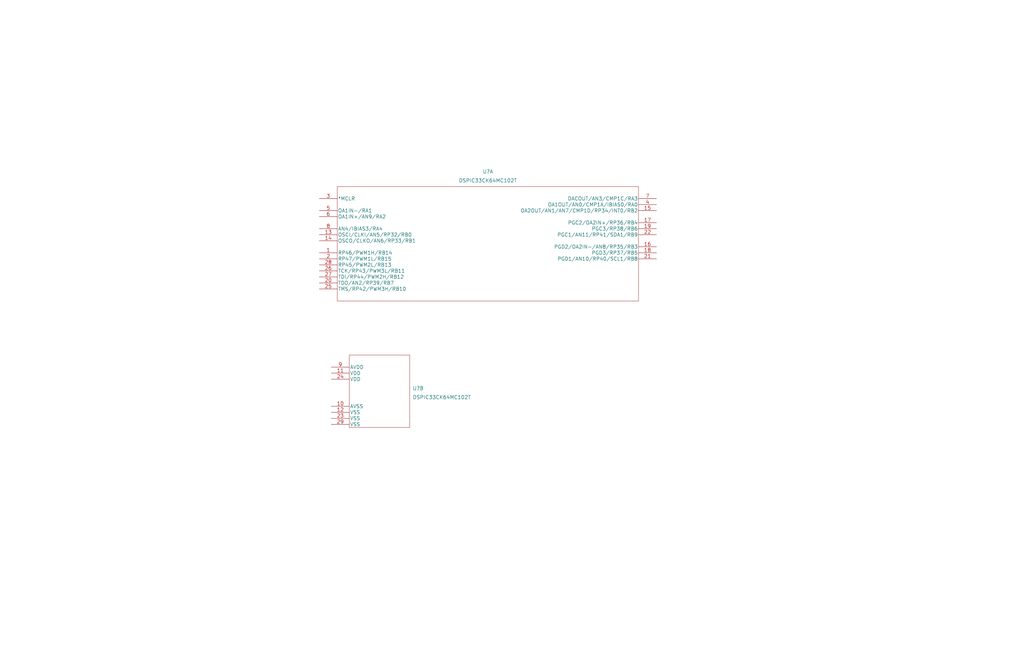
<source format=kicad_sch>
(kicad_sch (version 20211123) (generator eeschema)
  (paper "B")
  (title_block (date "2022-02-25"))
  (lib_symbols
    (symbol "2022-02-21_23-12-01:DSPIC33CK64MC102T" (pin_names (offset 0.254))
      (property "Reference" "U" (at 1.27 6.35 0))
      (property "Value" "DSPIC33CK64MC102T" (at 12.7 1.27 0))
      (symbol "DSPIC33CK64MC102T_1_1"
        (polyline (pts (xy 0 -48.26) (xy 127 -48.26)) (stroke (width 0.127)))
        (polyline (pts (xy 0 0) (xy 0 -48.26)) (stroke (width 0.127)))
        (polyline (pts (xy 127 -48.26) (xy 127 0)) (stroke (width 0.127)))
        (polyline (pts (xy 127 0) (xy 0 0)) (stroke (width 0.127)))
        (pin bidirectional line (at -7.62 -27.94 0) (length 7.62) (name "RP46/PWM1H/RB14") (number "1"))
        (pin bidirectional line (at -7.62 -20.32 0) (length 7.62) (name "OSCI/CLKI/AN5/RP32/RB0") (number "13"))
        (pin bidirectional line (at -7.62 -22.86 0) (length 7.62) (name "OSCO/CLKO/AN6/RP33/RB1") (number "14"))
        (pin bidirectional line (at 134.62 -10.16 180) (length 7.62) (name "OA2OUT/AN1/AN7/CMP1D/RP34/INT0/RB2") (number "15"))
        (pin bidirectional line (at 134.62 -25.4 180) (length 7.62) (name "PGD2/OA2IN-/AN8/RP35/RB3") (number "16"))
        (pin bidirectional line (at 134.62 -15.24 180) (length 7.62) (name "PGC2/OA2IN+/RP36/RB4") (number "17"))
        (pin bidirectional line (at 134.62 -27.94 180) (length 7.62) (name "PGD3/RP37/RB5") (number "18"))
        (pin bidirectional line (at 134.62 -17.78 180) (length 7.62) (name "PGC3/RP38/RB6") (number "19"))
        (pin bidirectional line (at -7.62 -30.48 0) (length 7.62) (name "RP47/PWM1L/RB15") (number "2"))
        (pin bidirectional line (at -7.62 -40.64 0) (length 7.62) (name "TDO/AN2/RP39/RB7") (number "20"))
        (pin bidirectional line (at 134.62 -30.48 180) (length 7.62) (name "PGD1/AN10/RP40/SCL1/RB8") (number "21"))
        (pin bidirectional line (at 134.62 -20.32 180) (length 7.62) (name "PGC1/AN11/RP41/SDA1/RB9") (number "22"))
        (pin bidirectional line (at -7.62 -43.18 0) (length 7.62) (name "TMS/RP42/PWM3H/RB10") (number "25"))
        (pin bidirectional line (at -7.62 -35.56 0) (length 7.62) (name "TCK/RP43/PWM3L/RB11") (number "26"))
        (pin bidirectional line (at -7.62 -38.1 0) (length 7.62) (name "TDI/RP44/PWM2H/RB12") (number "27"))
        (pin bidirectional line (at -7.62 -33.02 0) (length 7.62) (name "RP45/PWM2L/RB13") (number "28"))
        (pin input line (at -7.62 -5.08 0) (length 7.62) (name "*MCLR") (number "3"))
        (pin bidirectional line (at 134.62 -7.62 180) (length 7.62) (name "OA1OUT/AN0/CMP1A/IBIAS0/RA0") (number "4"))
        (pin bidirectional line (at -7.62 -10.16 0) (length 7.62) (name "OA1IN-/RA1") (number "5"))
        (pin bidirectional line (at -7.62 -12.7 0) (length 7.62) (name "OA1IN+/AN9/RA2") (number "6"))
        (pin bidirectional line (at 134.62 -5.08 180) (length 7.62) (name "DACOUT/AN3/CMP1C/RA3") (number "7"))
        (pin bidirectional line (at -7.62 -17.78 0) (length 7.62) (name "AN4/IBIAS3/RA4") (number "8"))
      )
      (symbol "DSPIC33CK64MC102T_2_1"
        (polyline (pts (xy 0 -30.48) (xy 25.4 -30.48)) (stroke (width 0.127)))
        (polyline (pts (xy 0 0) (xy 0 -30.48)) (stroke (width 0.127)))
        (polyline (pts (xy 25.4 -30.48) (xy 25.4 0)) (stroke (width 0.127)))
        (polyline (pts (xy 25.4 0) (xy 0 0)) (stroke (width 0.127)))
        (pin power_in line (at -7.62 -21.59 0) (length 7.62) (name "AVSS") (number "10"))
        (pin power_in line (at -7.62 -7.62 0) (length 7.62) (name "VDD") (number "11"))
        (pin power_in line (at -7.62 -24.13 0) (length 7.62) (name "VSS") (number "12"))
        (pin power_in line (at -7.62 -26.67 0) (length 7.62) (name "VSS") (number "23"))
        (pin power_in line (at -7.62 -10.16 0) (length 7.62) (name "VDD") (number "24"))
        (pin power_in line (at -7.62 -29.21 0) (length 7.62) (name "VSS") (number "29"))
        (pin power_in line (at -7.62 -5.08 0) (length 7.62) (name "AVDD") (number "9"))
      )
    )
  )
  (symbol (lib_id "2022-02-21_23-12-01:DSPIC33CK64MC102T") (at 147.32 149.86 0) (unit 2)
    (property "Reference" "U?" (at 173.99 163.83 0) (effects (font (size 1.524 1.524)) (justify left)))
    (property "Value" "DSPIC33CK64MC102T" (at 173.99 167.64 0) (effects (font (size 1.524 1.524)) (justify left)))
    (property "Footprint" "UQFN28_2N_MCH" (effects hide))
  )
  (symbol (lib_id "2022-02-21_23-12-01:DSPIC33CK64MC102T") (at 142.24 78.74 0) (unit 1)
    (property "Reference" "U?" (at 205.74 72.39 0) (effects (font (size 1.524 1.524))))
    (property "Value" "DSPIC33CK64MC102T" (at 205.74 76.2 0) (effects (font (size 1.524 1.524))))
    (property "Footprint" "UQFN28_2N_MCH" (effects hide))
  )
)
</source>
